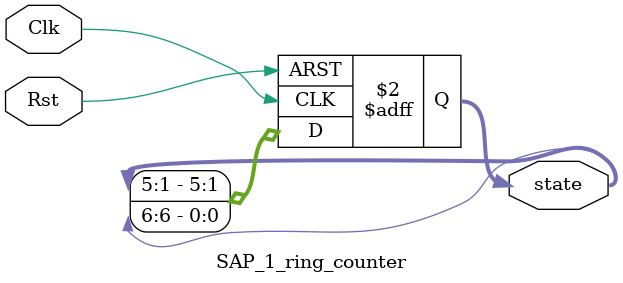
<source format=v>
/* 模組名稱：SAP_1_ring_counter
   著作權宣告：copyright 2012 林博仁(pika1021@gmail.com)
   */
`timescale 1ns / 100ps

module SAP_1_ring_counter(state, Clk, Rst);
  output reg[6:1] state;
  input Clk, Rst;

  always @ (posedge Clk or posedge Rst)
  if(Rst) begin
    state <= 6'b000001;
    end
  else begin
    state <= {state[5:1], state[6]};
    end
endmodule

</source>
